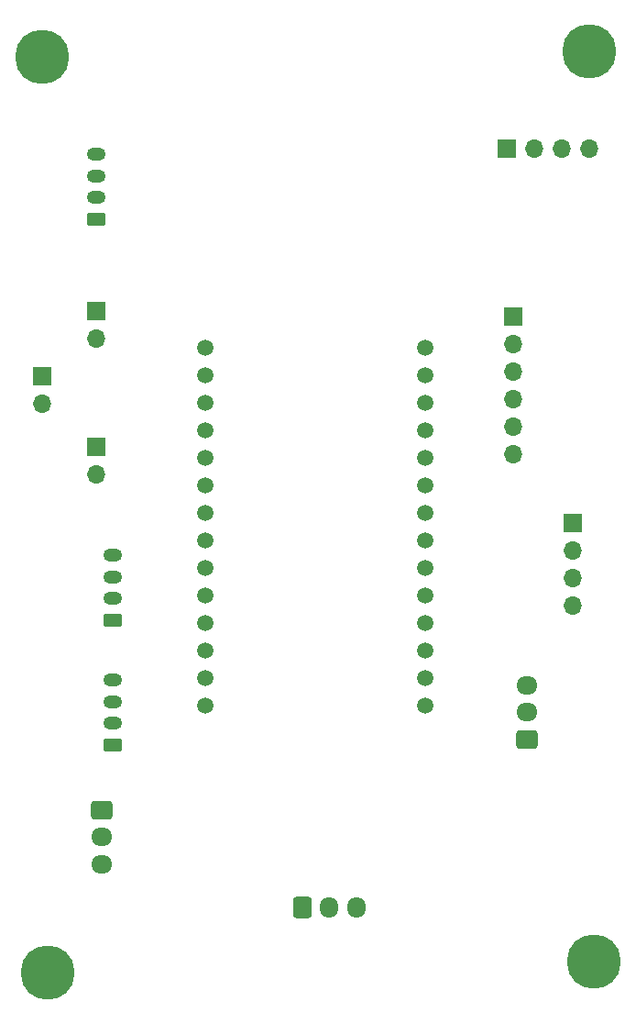
<source format=gbr>
%TF.GenerationSoftware,KiCad,Pcbnew,9.0.0*%
%TF.CreationDate,2025-03-11T09:25:04+01:00*%
%TF.ProjectId,farming_project,6661726d-696e-4675-9f70-726f6a656374,rev?*%
%TF.SameCoordinates,Original*%
%TF.FileFunction,Copper,L1,Top*%
%TF.FilePolarity,Positive*%
%FSLAX46Y46*%
G04 Gerber Fmt 4.6, Leading zero omitted, Abs format (unit mm)*
G04 Created by KiCad (PCBNEW 9.0.0) date 2025-03-11 09:25:04*
%MOMM*%
%LPD*%
G01*
G04 APERTURE LIST*
G04 Aperture macros list*
%AMRoundRect*
0 Rectangle with rounded corners*
0 $1 Rounding radius*
0 $2 $3 $4 $5 $6 $7 $8 $9 X,Y pos of 4 corners*
0 Add a 4 corners polygon primitive as box body*
4,1,4,$2,$3,$4,$5,$6,$7,$8,$9,$2,$3,0*
0 Add four circle primitives for the rounded corners*
1,1,$1+$1,$2,$3*
1,1,$1+$1,$4,$5*
1,1,$1+$1,$6,$7*
1,1,$1+$1,$8,$9*
0 Add four rect primitives between the rounded corners*
20,1,$1+$1,$2,$3,$4,$5,0*
20,1,$1+$1,$4,$5,$6,$7,0*
20,1,$1+$1,$6,$7,$8,$9,0*
20,1,$1+$1,$8,$9,$2,$3,0*%
G04 Aperture macros list end*
%TA.AperFunction,ComponentPad*%
%ADD10R,1.700000X1.700000*%
%TD*%
%TA.AperFunction,ComponentPad*%
%ADD11O,1.700000X1.700000*%
%TD*%
%TA.AperFunction,ComponentPad*%
%ADD12RoundRect,0.250000X0.625000X-0.350000X0.625000X0.350000X-0.625000X0.350000X-0.625000X-0.350000X0*%
%TD*%
%TA.AperFunction,ComponentPad*%
%ADD13O,1.750000X1.200000*%
%TD*%
%TA.AperFunction,ComponentPad*%
%ADD14RoundRect,0.250000X-0.725000X0.600000X-0.725000X-0.600000X0.725000X-0.600000X0.725000X0.600000X0*%
%TD*%
%TA.AperFunction,ComponentPad*%
%ADD15O,1.950000X1.700000*%
%TD*%
%TA.AperFunction,ComponentPad*%
%ADD16C,5.000000*%
%TD*%
%TA.AperFunction,ComponentPad*%
%ADD17RoundRect,0.250000X-0.600000X-0.725000X0.600000X-0.725000X0.600000X0.725000X-0.600000X0.725000X0*%
%TD*%
%TA.AperFunction,ComponentPad*%
%ADD18O,1.700000X1.950000*%
%TD*%
%TA.AperFunction,ComponentPad*%
%ADD19C,1.508000*%
%TD*%
%TA.AperFunction,ComponentPad*%
%ADD20RoundRect,0.250000X0.725000X-0.600000X0.725000X0.600000X-0.725000X0.600000X-0.725000X-0.600000X0*%
%TD*%
G04 APERTURE END LIST*
D10*
%TO.P,R2,1*%
%TO.N,/A2*%
X120000000Y-88000000D03*
D11*
%TO.P,R2,2*%
%TO.N,GND*%
X120000000Y-90540000D03*
%TD*%
D12*
%TO.P,J8,1,Pin_1*%
%TO.N,GND*%
X121500000Y-115500000D03*
D13*
%TO.P,J8,2,Pin_2*%
%TO.N,VCC*%
X121500000Y-113500000D03*
%TO.P,J8,3,Pin_3*%
%TO.N,unconnected-(J8-Pin_3-Pad3)*%
X121500000Y-111500000D03*
%TO.P,J8,4,Pin_4*%
%TO.N,/D4*%
X121500000Y-109500000D03*
%TD*%
D14*
%TO.P,J5,1,Pin_1*%
%TO.N,GND*%
X120500000Y-121500000D03*
D15*
%TO.P,J5,2,Pin_2*%
%TO.N,VCC*%
X120500000Y-124000000D03*
%TO.P,J5,3,Pin_3*%
%TO.N,/D5*%
X120500000Y-126500000D03*
%TD*%
D12*
%TO.P,J10,1,Pin_1*%
%TO.N,GND*%
X121500000Y-104000000D03*
D13*
%TO.P,J10,2,Pin_2*%
%TO.N,VCC*%
X121500000Y-102000000D03*
%TO.P,J10,3,Pin_3*%
%TO.N,/D3*%
X121500000Y-100000000D03*
%TO.P,J10,4,Pin_4*%
%TO.N,/D1*%
X121500000Y-98000000D03*
%TD*%
D16*
%TO.P,H1,1*%
%TO.N,N/C*%
X115000000Y-52000000D03*
%TD*%
D17*
%TO.P,J6,1,Pin_1*%
%TO.N,GND*%
X139000000Y-130500000D03*
D18*
%TO.P,J6,2,Pin_2*%
%TO.N,VCC*%
X141500000Y-130500000D03*
%TO.P,J6,3,Pin_3*%
%TO.N,/D2*%
X144000000Y-130500000D03*
%TD*%
D10*
%TO.P,C1,1*%
%TO.N,/A2*%
X115000000Y-81500000D03*
D11*
%TO.P,C1,2*%
%TO.N,GND*%
X115000000Y-84040000D03*
%TD*%
D10*
%TO.P,R1,1*%
%TO.N,Vbat*%
X120000000Y-75500000D03*
D11*
%TO.P,R1,2*%
%TO.N,/A2*%
X120000000Y-78040000D03*
%TD*%
D19*
%TO.P,J1,1,Pin_1*%
%TO.N,/AREF*%
X130090000Y-78884800D03*
%TO.P,J1,2,Pin_2*%
%TO.N,/DAC0{slash}A0*%
X130090000Y-81424800D03*
%TO.P,J1,3,Pin_3*%
%TO.N,/A1*%
X130090000Y-83964800D03*
%TO.P,J1,4,Pin_4*%
%TO.N,/A2*%
X130090000Y-86504800D03*
%TO.P,J1,5,Pin_5*%
%TO.N,/A3*%
X130090000Y-89044800D03*
%TO.P,J1,6,Pin_6*%
%TO.N,/A4*%
X130090000Y-91584800D03*
%TO.P,J1,7,Pin_7*%
%TO.N,/A5*%
X130090000Y-94124800D03*
%TO.P,J1,8,Pin_8*%
%TO.N,/A6*%
X130090000Y-96664800D03*
%TO.P,J1,9,Pin_9*%
%TO.N,/D0*%
X130090000Y-99204800D03*
%TO.P,J1,10,Pin_10*%
%TO.N,/D1*%
X130090000Y-101744800D03*
%TO.P,J1,11,Pin_11*%
%TO.N,/D2*%
X130090000Y-104284800D03*
%TO.P,J1,12,Pin_12*%
%TO.N,/D3*%
X130090000Y-106824800D03*
%TO.P,J1,13,Pin_13*%
%TO.N,/D4*%
X130090000Y-109364800D03*
%TO.P,J1,14,Pin_14*%
%TO.N,/D5*%
X130090000Y-111904800D03*
%TO.P,J1,15,Pin_15*%
%TO.N,/D6*%
X150410000Y-111904800D03*
%TO.P,J1,16,Pin_16*%
%TO.N,/D7*%
X150410000Y-109364800D03*
%TO.P,J1,17,Pin_17*%
%TO.N,/MOSI*%
X150410000Y-106824800D03*
%TO.P,J1,18,Pin_18*%
%TO.N,/SCK*%
X150410000Y-104284800D03*
%TO.P,J1,19,Pin_19*%
%TO.N,/MISO*%
X150410000Y-101744800D03*
%TO.P,J1,20,Pin_20*%
%TO.N,/SDA*%
X150410000Y-99204800D03*
%TO.P,J1,21,Pin_21*%
%TO.N,/SCL*%
X150410000Y-96664800D03*
%TO.P,J1,22,Pin_22*%
%TO.N,/RX*%
X150410000Y-94124800D03*
%TO.P,J1,23,Pin_23*%
%TO.N,/TX*%
X150410000Y-91584800D03*
%TO.P,J1,24,Pin_24*%
%TO.N,/RESET*%
X150410000Y-89044800D03*
%TO.P,J1,25,Pin_25*%
%TO.N,GND*%
X150410000Y-86504800D03*
%TO.P,J1,26,Pin_26*%
%TO.N,VCC*%
X150410000Y-83964800D03*
%TO.P,J1,27,Pin_27*%
%TO.N,/VIN*%
X150410000Y-81424800D03*
%TO.P,J1,28,Pin_28*%
%TO.N,/5V*%
X150410000Y-78884800D03*
%TD*%
D10*
%TO.P,J4,1,Pin_1*%
%TO.N,VCC*%
X158500000Y-76000000D03*
D11*
%TO.P,J4,2,Pin_2*%
%TO.N,GND*%
X158500000Y-78540000D03*
%TO.P,J4,3,Pin_3*%
%TO.N,/SCL*%
X158500000Y-81080000D03*
%TO.P,J4,4,Pin_4*%
%TO.N,/SDA*%
X158500000Y-83620000D03*
%TO.P,J4,5,Pin_5*%
%TO.N,unconnected-(J4-Pin_5-Pad5)*%
X158500000Y-86160000D03*
%TO.P,J4,6,Pin_6*%
%TO.N,unconnected-(J4-Pin_6-Pad6)*%
X158500000Y-88700000D03*
%TD*%
D16*
%TO.P,H3,1*%
%TO.N,N/C*%
X115500000Y-136500000D03*
%TD*%
D10*
%TO.P,J3,1,Pin_1*%
%TO.N,VCC*%
X164000000Y-95000000D03*
D11*
%TO.P,J3,2,Pin_2*%
%TO.N,GND*%
X164000000Y-97540000D03*
%TO.P,J3,3,Pin_3*%
%TO.N,/SCL*%
X164000000Y-100080000D03*
%TO.P,J3,4,Pin_4*%
%TO.N,/SDA*%
X164000000Y-102620000D03*
%TD*%
D20*
%TO.P,J7,1,Pin_1*%
%TO.N,GND*%
X159750000Y-115000000D03*
D15*
%TO.P,J7,2,Pin_2*%
%TO.N,VCC*%
X159750000Y-112500000D03*
%TO.P,J7,3,Pin_3*%
%TO.N,/D7*%
X159750000Y-110000000D03*
%TD*%
D16*
%TO.P,H2,1*%
%TO.N,N/C*%
X165500000Y-51500000D03*
%TD*%
D10*
%TO.P,J2,1,Pin_1*%
%TO.N,VCC*%
X157920000Y-60500000D03*
D11*
%TO.P,J2,2,Pin_2*%
%TO.N,GND*%
X160460000Y-60500000D03*
%TO.P,J2,3,Pin_3*%
%TO.N,/SCL*%
X163000000Y-60500000D03*
%TO.P,J2,4,Pin_4*%
%TO.N,/SDA*%
X165540000Y-60500000D03*
%TD*%
D12*
%TO.P,J9,1,Pin_1*%
%TO.N,Vbat*%
X120000000Y-67000000D03*
D13*
%TO.P,J9,2,Pin_2*%
%TO.N,GND*%
X120000000Y-65000000D03*
%TO.P,J9,3,Pin_3*%
%TO.N,unconnected-(J9-Pin_3-Pad3)*%
X120000000Y-63000000D03*
%TO.P,J9,4,Pin_4*%
%TO.N,unconnected-(J9-Pin_4-Pad4)*%
X120000000Y-61000000D03*
%TD*%
D16*
%TO.P,H4,1*%
%TO.N,N/C*%
X166000000Y-135500000D03*
%TD*%
M02*

</source>
